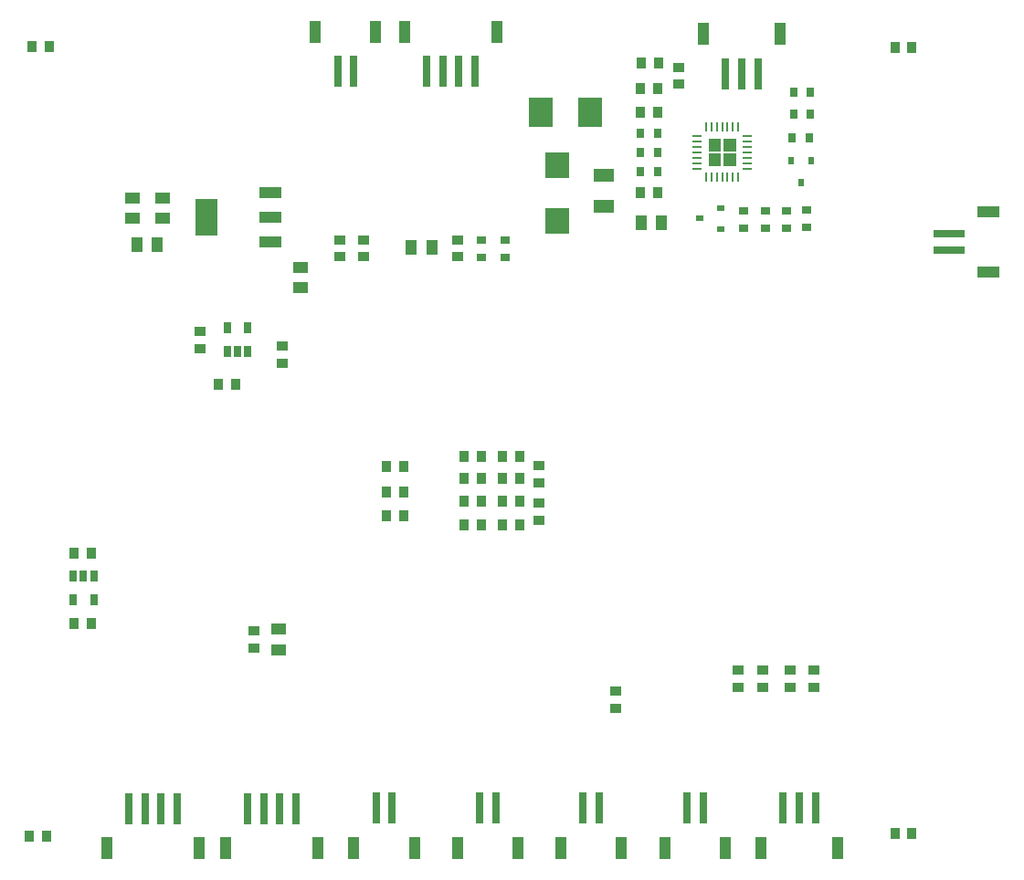
<source format=gbp>
G04*
G04 #@! TF.GenerationSoftware,Altium Limited,Altium Designer,21.2.2 (38)*
G04*
G04 Layer_Color=128*
%FSTAX24Y24*%
%MOIN*%
G70*
G04*
G04 #@! TF.SameCoordinates,D9C69337-02A0-443D-9D67-ED1C811D3BAA*
G04*
G04*
G04 #@! TF.FilePolarity,Positive*
G04*
G01*
G75*
%ADD22R,0.0256X0.0335*%
%ADD24R,0.1142X0.0276*%
%ADD25R,0.0787X0.0433*%
%ADD26R,0.0571X0.0394*%
%ADD30R,0.0236X0.0276*%
%ADD37R,0.0433X0.0787*%
%ADD38R,0.0276X0.1142*%
%ADD45R,0.0787X0.0394*%
%ADD46R,0.0787X0.1378*%
%ADD48R,0.0866X0.1102*%
%ADD49R,0.0374X0.0394*%
%ADD52R,0.0335X0.0256*%
%ADD53R,0.0394X0.0571*%
%ADD60R,0.0256X0.0417*%
%ADD146R,0.0394X0.0374*%
%ADD147R,0.0748X0.0472*%
%ADD148R,0.0906X0.0933*%
%ADD149R,0.0380X0.0080*%
%ADD150R,0.0380X0.0080*%
%ADD151R,0.0080X0.0380*%
%ADD153R,0.0276X0.0236*%
G36*
X038819Y035799D02*
X038358Y035799D01*
X038358Y03626D01*
X038819Y03626D01*
X038819Y035799D01*
D02*
G37*
G36*
X038819Y036339D02*
X038358D01*
X038358Y036799D01*
X038819D01*
X038819Y036339D01*
D02*
G37*
G36*
X039358Y035799D02*
X038898D01*
Y03626D01*
X039358D01*
Y035799D01*
D02*
G37*
G36*
Y036339D02*
X038898D01*
X038898Y036799D01*
X039358D01*
X039358Y036339D01*
D02*
G37*
D22*
X035866Y036299D02*
D03*
X036496D02*
D03*
Y035591D02*
D03*
X035866D02*
D03*
X041457Y038504D02*
D03*
X042087D02*
D03*
Y037677D02*
D03*
X041457D02*
D03*
X042047Y036811D02*
D03*
X041417D02*
D03*
X035866Y037008D02*
D03*
X036496D02*
D03*
D24*
X047126Y032736D02*
D03*
Y033327D02*
D03*
D25*
X048583Y031929D02*
D03*
Y034134D02*
D03*
D26*
X023484Y031358D02*
D03*
Y032106D02*
D03*
X017323Y034626D02*
D03*
Y033878D02*
D03*
X018425Y034626D02*
D03*
Y033878D02*
D03*
X022677Y01813D02*
D03*
Y018878D02*
D03*
D30*
X041732Y035197D02*
D03*
X042106Y035984D02*
D03*
X041358D02*
D03*
D37*
X038169Y04063D02*
D03*
X040965D02*
D03*
X03065Y040709D02*
D03*
X027264D02*
D03*
X024016D02*
D03*
X02622D02*
D03*
X043071Y010906D02*
D03*
X040276D02*
D03*
X03676Y010902D02*
D03*
X038965D02*
D03*
X03298Y010902D02*
D03*
X035185D02*
D03*
X029201D02*
D03*
X031406D02*
D03*
X025421D02*
D03*
X027626D02*
D03*
X020728Y010886D02*
D03*
X024114D02*
D03*
X016398D02*
D03*
X019783D02*
D03*
D38*
X038976Y039173D02*
D03*
X039567D02*
D03*
X040157Y039173D02*
D03*
X029843Y039252D02*
D03*
X028071Y039252D02*
D03*
X028661D02*
D03*
X029252Y039252D02*
D03*
X024823Y039252D02*
D03*
X025413D02*
D03*
X042264Y012362D02*
D03*
X041673D02*
D03*
X041083Y012362D02*
D03*
X037567Y012358D02*
D03*
X038157D02*
D03*
X033787Y012358D02*
D03*
X034378D02*
D03*
X030008D02*
D03*
X030598D02*
D03*
X026228D02*
D03*
X026819D02*
D03*
X021535Y012343D02*
D03*
X023307Y012343D02*
D03*
X022717D02*
D03*
X022126Y012343D02*
D03*
X017205D02*
D03*
X018976Y012343D02*
D03*
X018386D02*
D03*
X017795Y012343D02*
D03*
D45*
X022362Y033012D02*
D03*
Y033917D02*
D03*
Y034823D02*
D03*
D46*
X020039Y033917D02*
D03*
D48*
X032244Y037756D02*
D03*
X034055D02*
D03*
D49*
X036535Y039567D02*
D03*
X035906D02*
D03*
X035866Y038622D02*
D03*
X036496D02*
D03*
X035866Y037756D02*
D03*
X036496D02*
D03*
X035866Y034843D02*
D03*
X036496D02*
D03*
X013661Y040157D02*
D03*
X014291D02*
D03*
X020472Y027835D02*
D03*
X021102D02*
D03*
X015827Y021654D02*
D03*
X015197D02*
D03*
X031457Y024391D02*
D03*
X030827D02*
D03*
X031457Y023564D02*
D03*
X030827D02*
D03*
X031457Y025198D02*
D03*
X030827D02*
D03*
X031457Y022698D02*
D03*
X030827D02*
D03*
X029449D02*
D03*
X030079D02*
D03*
X026598Y023879D02*
D03*
X027228D02*
D03*
X045157Y011417D02*
D03*
X045787D02*
D03*
Y040118D02*
D03*
X045157D02*
D03*
X014213Y011339D02*
D03*
X013583D02*
D03*
X015827Y019094D02*
D03*
X015197D02*
D03*
X027228Y024824D02*
D03*
X026598D02*
D03*
X030079Y023564D02*
D03*
X029449D02*
D03*
X030079Y025198D02*
D03*
X029449D02*
D03*
X027228Y023013D02*
D03*
X026598D02*
D03*
X029449Y024391D02*
D03*
X030079D02*
D03*
D52*
X041949Y033563D02*
D03*
Y034193D02*
D03*
X041201Y034173D02*
D03*
Y033543D02*
D03*
X040433Y034173D02*
D03*
Y033543D02*
D03*
X039626Y034173D02*
D03*
Y033543D02*
D03*
X030945Y032461D02*
D03*
Y033091D02*
D03*
X030079Y032461D02*
D03*
Y033091D02*
D03*
D53*
X018248Y032933D02*
D03*
X0175D02*
D03*
X02752Y032815D02*
D03*
X028268D02*
D03*
X035906Y03374D02*
D03*
X036654D02*
D03*
D60*
X020807Y029016D02*
D03*
Y029882D02*
D03*
X021181Y029016D02*
D03*
X021555D02*
D03*
Y029882D02*
D03*
X015177Y019961D02*
D03*
Y020827D02*
D03*
X015551D02*
D03*
X015925Y019961D02*
D03*
Y020827D02*
D03*
D146*
X037283Y039409D02*
D03*
Y03878D02*
D03*
X029193Y03248D02*
D03*
Y03311D02*
D03*
X019803Y029764D02*
D03*
Y029134D02*
D03*
X022795Y028583D02*
D03*
Y029213D02*
D03*
X021772Y018819D02*
D03*
Y018189D02*
D03*
X032165Y024864D02*
D03*
Y024234D02*
D03*
Y023486D02*
D03*
Y022856D02*
D03*
X042205Y016772D02*
D03*
Y017402D02*
D03*
X040354Y016772D02*
D03*
Y017402D02*
D03*
X041339D02*
D03*
Y016772D02*
D03*
X034961Y016634D02*
D03*
Y016004D02*
D03*
X039449Y017402D02*
D03*
Y016772D02*
D03*
X025787Y03248D02*
D03*
Y03311D02*
D03*
X024921Y03248D02*
D03*
Y03311D02*
D03*
D147*
X034528Y035472D02*
D03*
Y034331D02*
D03*
D148*
X032835Y033791D02*
D03*
Y035815D02*
D03*
D149*
X037943Y035709D02*
D03*
D150*
Y035906D02*
D03*
Y036102D02*
D03*
Y036299D02*
D03*
Y036496D02*
D03*
Y036693D02*
D03*
Y03689D02*
D03*
X039773D02*
D03*
Y036693D02*
D03*
Y036496D02*
D03*
Y036299D02*
D03*
Y036102D02*
D03*
Y035906D02*
D03*
Y035709D02*
D03*
D151*
X038268Y037214D02*
D03*
X038465D02*
D03*
X038661D02*
D03*
X038858D02*
D03*
X039055D02*
D03*
X039252D02*
D03*
X039449D02*
D03*
Y035384D02*
D03*
X039252D02*
D03*
X039055D02*
D03*
X038858D02*
D03*
X038661D02*
D03*
X038465D02*
D03*
X038268D02*
D03*
D153*
X038031Y033878D02*
D03*
X038819Y033504D02*
D03*
Y034252D02*
D03*
M02*

</source>
